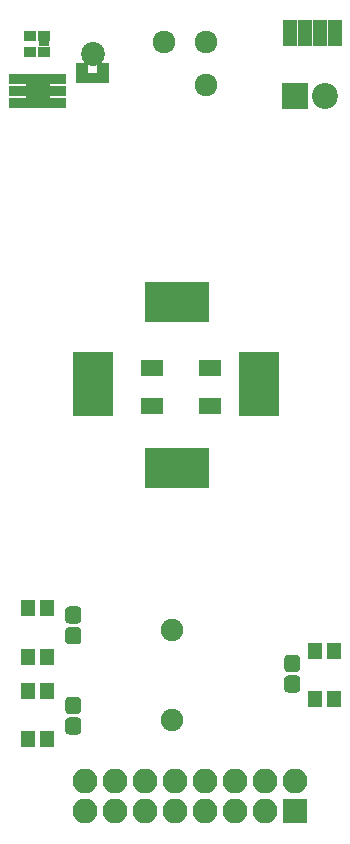
<source format=gbr>
G04 #@! TF.GenerationSoftware,KiCad,Pcbnew,6.0.0-rc1-unknown-7a10feb~66~ubuntu18.04.1*
G04 #@! TF.CreationDate,2018-08-22T16:18:46-05:00*
G04 #@! TF.ProjectId,liger,6C696765722E6B696361645F70636200,rev?*
G04 #@! TF.SameCoordinates,Original*
G04 #@! TF.FileFunction,Soldermask,Top*
G04 #@! TF.FilePolarity,Negative*
%FSLAX46Y46*%
G04 Gerber Fmt 4.6, Leading zero omitted, Abs format (unit mm)*
G04 Created by KiCad (PCBNEW 6.0.0-rc1-unknown-7a10feb~66~ubuntu18.04.1) date Wed Aug 22 16:18:46 2018*
%MOMM*%
%LPD*%
G01*
G04 APERTURE LIST*
%ADD10C,2.200000*%
%ADD11R,2.200000X2.200000*%
%ADD12C,0.100000*%
%ADD13C,1.350000*%
%ADD14R,1.300000X1.400000*%
%ADD15R,2.100000X2.100000*%
%ADD16O,2.100000X2.100000*%
%ADD17C,1.900000*%
%ADD18R,1.200000X2.200000*%
%ADD19C,2.024000*%
%ADD20R,1.000000X0.922000*%
%ADD21R,2.000000X2.900000*%
%ADD22R,1.650000X0.850000*%
%ADD23R,0.850000X1.000000*%
%ADD24R,1.000000X0.850000*%
%ADD25C,1.924000*%
%ADD26R,5.400000X3.400000*%
%ADD27R,3.400000X5.400000*%
%ADD28R,1.900000X1.400000*%
G04 APERTURE END LIST*
D10*
G04 #@! TO.C,D1*
X159232600Y-64008000D03*
D11*
X156692600Y-64008000D03*
G04 #@! TD*
D12*
G04 #@! TO.C,D2*
G36*
X156834581Y-111318625D02*
X156867343Y-111323485D01*
X156899471Y-111331533D01*
X156930656Y-111342691D01*
X156960596Y-111356852D01*
X156989005Y-111373879D01*
X157015608Y-111393609D01*
X157040149Y-111415851D01*
X157062391Y-111440392D01*
X157082121Y-111466995D01*
X157099148Y-111495404D01*
X157113309Y-111525344D01*
X157124467Y-111556529D01*
X157132515Y-111588657D01*
X157137375Y-111621419D01*
X157139000Y-111654500D01*
X157139000Y-112429500D01*
X157137375Y-112462581D01*
X157132515Y-112495343D01*
X157124467Y-112527471D01*
X157113309Y-112558656D01*
X157099148Y-112588596D01*
X157082121Y-112617005D01*
X157062391Y-112643608D01*
X157040149Y-112668149D01*
X157015608Y-112690391D01*
X156989005Y-112710121D01*
X156960596Y-112727148D01*
X156930656Y-112741309D01*
X156899471Y-112752467D01*
X156867343Y-112760515D01*
X156834581Y-112765375D01*
X156801500Y-112767000D01*
X156126500Y-112767000D01*
X156093419Y-112765375D01*
X156060657Y-112760515D01*
X156028529Y-112752467D01*
X155997344Y-112741309D01*
X155967404Y-112727148D01*
X155938995Y-112710121D01*
X155912392Y-112690391D01*
X155887851Y-112668149D01*
X155865609Y-112643608D01*
X155845879Y-112617005D01*
X155828852Y-112588596D01*
X155814691Y-112558656D01*
X155803533Y-112527471D01*
X155795485Y-112495343D01*
X155790625Y-112462581D01*
X155789000Y-112429500D01*
X155789000Y-111654500D01*
X155790625Y-111621419D01*
X155795485Y-111588657D01*
X155803533Y-111556529D01*
X155814691Y-111525344D01*
X155828852Y-111495404D01*
X155845879Y-111466995D01*
X155865609Y-111440392D01*
X155887851Y-111415851D01*
X155912392Y-111393609D01*
X155938995Y-111373879D01*
X155967404Y-111356852D01*
X155997344Y-111342691D01*
X156028529Y-111331533D01*
X156060657Y-111323485D01*
X156093419Y-111318625D01*
X156126500Y-111317000D01*
X156801500Y-111317000D01*
X156834581Y-111318625D01*
X156834581Y-111318625D01*
G37*
D13*
X156464000Y-112042000D03*
D12*
G36*
X156834581Y-113068625D02*
X156867343Y-113073485D01*
X156899471Y-113081533D01*
X156930656Y-113092691D01*
X156960596Y-113106852D01*
X156989005Y-113123879D01*
X157015608Y-113143609D01*
X157040149Y-113165851D01*
X157062391Y-113190392D01*
X157082121Y-113216995D01*
X157099148Y-113245404D01*
X157113309Y-113275344D01*
X157124467Y-113306529D01*
X157132515Y-113338657D01*
X157137375Y-113371419D01*
X157139000Y-113404500D01*
X157139000Y-114179500D01*
X157137375Y-114212581D01*
X157132515Y-114245343D01*
X157124467Y-114277471D01*
X157113309Y-114308656D01*
X157099148Y-114338596D01*
X157082121Y-114367005D01*
X157062391Y-114393608D01*
X157040149Y-114418149D01*
X157015608Y-114440391D01*
X156989005Y-114460121D01*
X156960596Y-114477148D01*
X156930656Y-114491309D01*
X156899471Y-114502467D01*
X156867343Y-114510515D01*
X156834581Y-114515375D01*
X156801500Y-114517000D01*
X156126500Y-114517000D01*
X156093419Y-114515375D01*
X156060657Y-114510515D01*
X156028529Y-114502467D01*
X155997344Y-114491309D01*
X155967404Y-114477148D01*
X155938995Y-114460121D01*
X155912392Y-114440391D01*
X155887851Y-114418149D01*
X155865609Y-114393608D01*
X155845879Y-114367005D01*
X155828852Y-114338596D01*
X155814691Y-114308656D01*
X155803533Y-114277471D01*
X155795485Y-114245343D01*
X155790625Y-114212581D01*
X155789000Y-114179500D01*
X155789000Y-113404500D01*
X155790625Y-113371419D01*
X155795485Y-113338657D01*
X155803533Y-113306529D01*
X155814691Y-113275344D01*
X155828852Y-113245404D01*
X155845879Y-113216995D01*
X155865609Y-113190392D01*
X155887851Y-113165851D01*
X155912392Y-113143609D01*
X155938995Y-113123879D01*
X155967404Y-113106852D01*
X155997344Y-113092691D01*
X156028529Y-113081533D01*
X156060657Y-113073485D01*
X156093419Y-113068625D01*
X156126500Y-113067000D01*
X156801500Y-113067000D01*
X156834581Y-113068625D01*
X156834581Y-113068625D01*
G37*
D13*
X156464000Y-113792000D03*
G04 #@! TD*
D12*
G04 #@! TO.C,D4*
G36*
X138292581Y-107226625D02*
X138325343Y-107231485D01*
X138357471Y-107239533D01*
X138388656Y-107250691D01*
X138418596Y-107264852D01*
X138447005Y-107281879D01*
X138473608Y-107301609D01*
X138498149Y-107323851D01*
X138520391Y-107348392D01*
X138540121Y-107374995D01*
X138557148Y-107403404D01*
X138571309Y-107433344D01*
X138582467Y-107464529D01*
X138590515Y-107496657D01*
X138595375Y-107529419D01*
X138597000Y-107562500D01*
X138597000Y-108337500D01*
X138595375Y-108370581D01*
X138590515Y-108403343D01*
X138582467Y-108435471D01*
X138571309Y-108466656D01*
X138557148Y-108496596D01*
X138540121Y-108525005D01*
X138520391Y-108551608D01*
X138498149Y-108576149D01*
X138473608Y-108598391D01*
X138447005Y-108618121D01*
X138418596Y-108635148D01*
X138388656Y-108649309D01*
X138357471Y-108660467D01*
X138325343Y-108668515D01*
X138292581Y-108673375D01*
X138259500Y-108675000D01*
X137584500Y-108675000D01*
X137551419Y-108673375D01*
X137518657Y-108668515D01*
X137486529Y-108660467D01*
X137455344Y-108649309D01*
X137425404Y-108635148D01*
X137396995Y-108618121D01*
X137370392Y-108598391D01*
X137345851Y-108576149D01*
X137323609Y-108551608D01*
X137303879Y-108525005D01*
X137286852Y-108496596D01*
X137272691Y-108466656D01*
X137261533Y-108435471D01*
X137253485Y-108403343D01*
X137248625Y-108370581D01*
X137247000Y-108337500D01*
X137247000Y-107562500D01*
X137248625Y-107529419D01*
X137253485Y-107496657D01*
X137261533Y-107464529D01*
X137272691Y-107433344D01*
X137286852Y-107403404D01*
X137303879Y-107374995D01*
X137323609Y-107348392D01*
X137345851Y-107323851D01*
X137370392Y-107301609D01*
X137396995Y-107281879D01*
X137425404Y-107264852D01*
X137455344Y-107250691D01*
X137486529Y-107239533D01*
X137518657Y-107231485D01*
X137551419Y-107226625D01*
X137584500Y-107225000D01*
X138259500Y-107225000D01*
X138292581Y-107226625D01*
X138292581Y-107226625D01*
G37*
D13*
X137922000Y-107950000D03*
D12*
G36*
X138292581Y-108976625D02*
X138325343Y-108981485D01*
X138357471Y-108989533D01*
X138388656Y-109000691D01*
X138418596Y-109014852D01*
X138447005Y-109031879D01*
X138473608Y-109051609D01*
X138498149Y-109073851D01*
X138520391Y-109098392D01*
X138540121Y-109124995D01*
X138557148Y-109153404D01*
X138571309Y-109183344D01*
X138582467Y-109214529D01*
X138590515Y-109246657D01*
X138595375Y-109279419D01*
X138597000Y-109312500D01*
X138597000Y-110087500D01*
X138595375Y-110120581D01*
X138590515Y-110153343D01*
X138582467Y-110185471D01*
X138571309Y-110216656D01*
X138557148Y-110246596D01*
X138540121Y-110275005D01*
X138520391Y-110301608D01*
X138498149Y-110326149D01*
X138473608Y-110348391D01*
X138447005Y-110368121D01*
X138418596Y-110385148D01*
X138388656Y-110399309D01*
X138357471Y-110410467D01*
X138325343Y-110418515D01*
X138292581Y-110423375D01*
X138259500Y-110425000D01*
X137584500Y-110425000D01*
X137551419Y-110423375D01*
X137518657Y-110418515D01*
X137486529Y-110410467D01*
X137455344Y-110399309D01*
X137425404Y-110385148D01*
X137396995Y-110368121D01*
X137370392Y-110348391D01*
X137345851Y-110326149D01*
X137323609Y-110301608D01*
X137303879Y-110275005D01*
X137286852Y-110246596D01*
X137272691Y-110216656D01*
X137261533Y-110185471D01*
X137253485Y-110153343D01*
X137248625Y-110120581D01*
X137247000Y-110087500D01*
X137247000Y-109312500D01*
X137248625Y-109279419D01*
X137253485Y-109246657D01*
X137261533Y-109214529D01*
X137272691Y-109183344D01*
X137286852Y-109153404D01*
X137303879Y-109124995D01*
X137323609Y-109098392D01*
X137345851Y-109073851D01*
X137370392Y-109051609D01*
X137396995Y-109031879D01*
X137425404Y-109014852D01*
X137455344Y-109000691D01*
X137486529Y-108989533D01*
X137518657Y-108981485D01*
X137551419Y-108976625D01*
X137584500Y-108975000D01*
X138259500Y-108975000D01*
X138292581Y-108976625D01*
X138292581Y-108976625D01*
G37*
D13*
X137922000Y-109700000D03*
G04 #@! TD*
D12*
G04 #@! TO.C,D5*
G36*
X138292581Y-114874625D02*
X138325343Y-114879485D01*
X138357471Y-114887533D01*
X138388656Y-114898691D01*
X138418596Y-114912852D01*
X138447005Y-114929879D01*
X138473608Y-114949609D01*
X138498149Y-114971851D01*
X138520391Y-114996392D01*
X138540121Y-115022995D01*
X138557148Y-115051404D01*
X138571309Y-115081344D01*
X138582467Y-115112529D01*
X138590515Y-115144657D01*
X138595375Y-115177419D01*
X138597000Y-115210500D01*
X138597000Y-115985500D01*
X138595375Y-116018581D01*
X138590515Y-116051343D01*
X138582467Y-116083471D01*
X138571309Y-116114656D01*
X138557148Y-116144596D01*
X138540121Y-116173005D01*
X138520391Y-116199608D01*
X138498149Y-116224149D01*
X138473608Y-116246391D01*
X138447005Y-116266121D01*
X138418596Y-116283148D01*
X138388656Y-116297309D01*
X138357471Y-116308467D01*
X138325343Y-116316515D01*
X138292581Y-116321375D01*
X138259500Y-116323000D01*
X137584500Y-116323000D01*
X137551419Y-116321375D01*
X137518657Y-116316515D01*
X137486529Y-116308467D01*
X137455344Y-116297309D01*
X137425404Y-116283148D01*
X137396995Y-116266121D01*
X137370392Y-116246391D01*
X137345851Y-116224149D01*
X137323609Y-116199608D01*
X137303879Y-116173005D01*
X137286852Y-116144596D01*
X137272691Y-116114656D01*
X137261533Y-116083471D01*
X137253485Y-116051343D01*
X137248625Y-116018581D01*
X137247000Y-115985500D01*
X137247000Y-115210500D01*
X137248625Y-115177419D01*
X137253485Y-115144657D01*
X137261533Y-115112529D01*
X137272691Y-115081344D01*
X137286852Y-115051404D01*
X137303879Y-115022995D01*
X137323609Y-114996392D01*
X137345851Y-114971851D01*
X137370392Y-114949609D01*
X137396995Y-114929879D01*
X137425404Y-114912852D01*
X137455344Y-114898691D01*
X137486529Y-114887533D01*
X137518657Y-114879485D01*
X137551419Y-114874625D01*
X137584500Y-114873000D01*
X138259500Y-114873000D01*
X138292581Y-114874625D01*
X138292581Y-114874625D01*
G37*
D13*
X137922000Y-115598000D03*
D12*
G36*
X138292581Y-116624625D02*
X138325343Y-116629485D01*
X138357471Y-116637533D01*
X138388656Y-116648691D01*
X138418596Y-116662852D01*
X138447005Y-116679879D01*
X138473608Y-116699609D01*
X138498149Y-116721851D01*
X138520391Y-116746392D01*
X138540121Y-116772995D01*
X138557148Y-116801404D01*
X138571309Y-116831344D01*
X138582467Y-116862529D01*
X138590515Y-116894657D01*
X138595375Y-116927419D01*
X138597000Y-116960500D01*
X138597000Y-117735500D01*
X138595375Y-117768581D01*
X138590515Y-117801343D01*
X138582467Y-117833471D01*
X138571309Y-117864656D01*
X138557148Y-117894596D01*
X138540121Y-117923005D01*
X138520391Y-117949608D01*
X138498149Y-117974149D01*
X138473608Y-117996391D01*
X138447005Y-118016121D01*
X138418596Y-118033148D01*
X138388656Y-118047309D01*
X138357471Y-118058467D01*
X138325343Y-118066515D01*
X138292581Y-118071375D01*
X138259500Y-118073000D01*
X137584500Y-118073000D01*
X137551419Y-118071375D01*
X137518657Y-118066515D01*
X137486529Y-118058467D01*
X137455344Y-118047309D01*
X137425404Y-118033148D01*
X137396995Y-118016121D01*
X137370392Y-117996391D01*
X137345851Y-117974149D01*
X137323609Y-117949608D01*
X137303879Y-117923005D01*
X137286852Y-117894596D01*
X137272691Y-117864656D01*
X137261533Y-117833471D01*
X137253485Y-117801343D01*
X137248625Y-117768581D01*
X137247000Y-117735500D01*
X137247000Y-116960500D01*
X137248625Y-116927419D01*
X137253485Y-116894657D01*
X137261533Y-116862529D01*
X137272691Y-116831344D01*
X137286852Y-116801404D01*
X137303879Y-116772995D01*
X137323609Y-116746392D01*
X137345851Y-116721851D01*
X137370392Y-116699609D01*
X137396995Y-116679879D01*
X137425404Y-116662852D01*
X137455344Y-116648691D01*
X137486529Y-116637533D01*
X137518657Y-116629485D01*
X137551419Y-116624625D01*
X137584500Y-116623000D01*
X138259500Y-116623000D01*
X138292581Y-116624625D01*
X138292581Y-116624625D01*
G37*
D13*
X137922000Y-117348000D03*
G04 #@! TD*
D14*
G04 #@! TO.C,FACTORY1*
X158407200Y-115080000D03*
X160007200Y-115080000D03*
X158407200Y-110980000D03*
X160007200Y-110980000D03*
G04 #@! TD*
D15*
G04 #@! TO.C,J1*
X156667200Y-124587000D03*
D16*
X156667200Y-122047000D03*
X154127200Y-124587000D03*
X154127200Y-122047000D03*
X151587200Y-124587000D03*
X151587200Y-122047000D03*
X149047200Y-124587000D03*
X149047200Y-122047000D03*
X146507200Y-124587000D03*
X146507200Y-122047000D03*
X143967200Y-124587000D03*
X143967200Y-122047000D03*
X141427200Y-124587000D03*
X141427200Y-122047000D03*
X138887200Y-124587000D03*
X138887200Y-122047000D03*
G04 #@! TD*
D17*
G04 #@! TO.C,LS1*
X146253200Y-116828400D03*
X146253200Y-109228400D03*
G04 #@! TD*
D14*
G04 #@! TO.C,PROG1*
X134074000Y-111498600D03*
X135674000Y-111498600D03*
X134074000Y-107398600D03*
X135674000Y-107398600D03*
G04 #@! TD*
G04 #@! TO.C,REBOOT1*
X135674000Y-114383600D03*
X134074000Y-114383600D03*
X135674000Y-118483600D03*
X134074000Y-118483600D03*
G04 #@! TD*
D18*
G04 #@! TO.C,U2*
X157556200Y-58674000D03*
X156286200Y-58674000D03*
X158826200Y-58674000D03*
X160096200Y-58674000D03*
G04 #@! TD*
D19*
G04 #@! TO.C,U3*
X139576400Y-60426800D03*
D20*
X140476400Y-61676800D03*
X138676400Y-61676800D03*
X138676400Y-62496800D03*
X139576400Y-62496800D03*
X140476400Y-62496800D03*
G04 #@! TD*
D21*
G04 #@! TO.C,U6*
X134899400Y-63576200D03*
D22*
X136549400Y-64576200D03*
X136549400Y-62576200D03*
X136549400Y-63576200D03*
X133249400Y-64576200D03*
X133249400Y-63576200D03*
X133249400Y-62576200D03*
G04 #@! TD*
D23*
G04 #@! TO.C,U8*
X135432800Y-59253400D03*
D24*
X134232800Y-58953400D03*
X134232800Y-60303400D03*
X135432800Y-60303400D03*
X135432800Y-58953400D03*
G04 #@! TD*
D25*
G04 #@! TO.C,U10*
X149160800Y-59449400D03*
X145570800Y-59439400D03*
X149170800Y-63039400D03*
G04 #@! TD*
D26*
G04 #@! TO.C,U12*
X146720000Y-81472000D03*
D27*
X139620000Y-88392000D03*
D26*
X146720000Y-95492000D03*
D27*
X153670000Y-88392000D03*
G04 #@! TD*
D28*
G04 #@! TO.C,D7*
X144616000Y-87046000D03*
X144616000Y-90246000D03*
X149516000Y-87046000D03*
X149516000Y-90246000D03*
G04 #@! TD*
M02*

</source>
